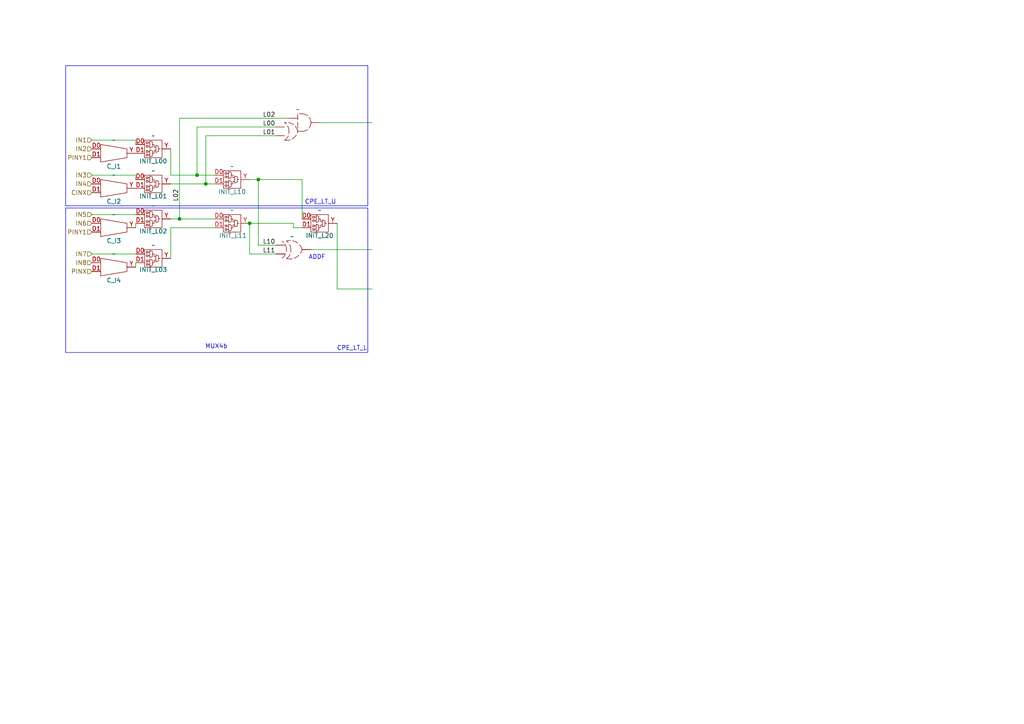
<source format=kicad_sch>
(kicad_sch
	(version 20250114)
	(generator "eeschema")
	(generator_version "9.0")
	(uuid "2a9cd8f7-e812-476c-ad1e-1dac2d5bc5cd")
	(paper "A4")
	(lib_symbols
		(symbol "peppercorn:AO21"
			(exclude_from_sim no)
			(in_bom yes)
			(on_board yes)
			(property "Reference" "U"
				(at 0 0 0)
				(effects
					(font
						(size 1.27 1.27)
					)
				)
			)
			(property "Value" ""
				(at 0 0 0)
				(effects
					(font
						(size 1.27 1.27)
					)
				)
			)
			(property "Footprint" ""
				(at 0 0 0)
				(effects
					(font
						(size 1.27 1.27)
					)
					(hide yes)
				)
			)
			(property "Datasheet" ""
				(at 0 0 0)
				(effects
					(font
						(size 1.27 1.27)
					)
					(hide yes)
				)
			)
			(property "Description" ""
				(at 0 0 0)
				(effects
					(font
						(size 1.27 1.27)
					)
					(hide yes)
				)
			)
			(symbol "AO21_1_1"
				(arc
					(start -1.27 2.54)
					(mid -0.3243 1.4253)
					(end 0 0)
					(stroke
						(width 0)
						(type dash)
					)
					(fill
						(type none)
					)
				)
				(arc
					(start 0 0)
					(mid -0.2725 -1.4513)
					(end -1.27 -2.54)
					(stroke
						(width 0)
						(type dash)
					)
					(fill
						(type none)
					)
				)
				(arc
					(start -1.2702 2.5398)
					(mid 1.1609 2.059)
					(end 2.54 0)
					(stroke
						(width 0)
						(type dash)
					)
					(fill
						(type none)
					)
				)
				(arc
					(start 2.54 0)
					(mid 1.161 -2.0591)
					(end -1.2702 -2.5398)
					(stroke
						(width 0)
						(type dash)
					)
					(fill
						(type none)
					)
				)
				(arc
					(start 3.81 5.08)
					(mid 5.6061 4.3361)
					(end 6.35 2.54)
					(stroke
						(width 0)
						(type dash)
					)
					(fill
						(type none)
					)
				)
				(arc
					(start 6.35 2.54)
					(mid 5.6061 0.7439)
					(end 3.81 0)
					(stroke
						(width 0)
						(type dash)
					)
					(fill
						(type none)
					)
				)
				(polyline
					(pts
						(xy 3.81 0) (xy 2.54 0) (xy 2.54 5.08) (xy 3.81 5.08)
					)
					(stroke
						(width 0)
						(type dash)
					)
					(fill
						(type none)
					)
				)
				(pin input line
					(at -3.81 1.27 0)
					(length 2.54)
					(name ""
						(effects
							(font
								(size 1.27 1.27)
							)
						)
					)
					(number ""
						(effects
							(font
								(size 1.27 1.27)
							)
						)
					)
				)
				(pin input line
					(at -3.81 -1.27 0)
					(length 2.54)
					(name ""
						(effects
							(font
								(size 1.27 1.27)
							)
						)
					)
					(number ""
						(effects
							(font
								(size 1.27 1.27)
							)
						)
					)
				)
				(pin input line
					(at 0 3.81 0)
					(length 2.54)
					(name ""
						(effects
							(font
								(size 1.27 1.27)
							)
						)
					)
					(number ""
						(effects
							(font
								(size 1.27 1.27)
							)
						)
					)
				)
				(pin output line
					(at 8.89 2.54 180)
					(length 2.54)
					(name ""
						(effects
							(font
								(size 1.27 1.27)
							)
						)
					)
					(number ""
						(effects
							(font
								(size 1.27 1.27)
							)
						)
					)
				)
			)
			(embedded_fonts no)
		)
		(symbol "peppercorn:LUT2"
			(exclude_from_sim no)
			(in_bom yes)
			(on_board yes)
			(property "Reference" "L"
				(at 0 3.556 0)
				(effects
					(font
						(size 1.27 1.27)
					)
				)
			)
			(property "Value" ""
				(at 0 0 0)
				(effects
					(font
						(size 1.27 1.27)
					)
				)
			)
			(property "Footprint" ""
				(at 0 0 0)
				(effects
					(font
						(size 1.27 1.27)
					)
					(hide yes)
				)
			)
			(property "Datasheet" ""
				(at 0 0 0)
				(effects
					(font
						(size 1.27 1.27)
					)
					(hide yes)
				)
			)
			(property "Description" ""
				(at 0 0 0)
				(effects
					(font
						(size 1.27 1.27)
					)
					(hide yes)
				)
			)
			(symbol "LUT2_0_1"
				(rectangle
					(start -2.54 2.54)
					(end 2.54 -2.54)
					(stroke
						(width 0)
						(type default)
					)
					(fill
						(type none)
					)
				)
				(rectangle
					(start -2.032 2.032)
					(end -1.524 1.524)
					(stroke
						(width 0)
						(type default)
					)
					(fill
						(type none)
					)
				)
				(rectangle
					(start -2.032 1.016)
					(end -1.524 0.508)
					(stroke
						(width 0)
						(type default)
					)
					(fill
						(type none)
					)
				)
				(rectangle
					(start -2.032 -0.508)
					(end -1.524 -1.016)
					(stroke
						(width 0)
						(type default)
					)
					(fill
						(type none)
					)
				)
				(rectangle
					(start -2.032 -1.524)
					(end -1.524 -2.032)
					(stroke
						(width 0)
						(type default)
					)
					(fill
						(type none)
					)
				)
				(polyline
					(pts
						(xy -1.524 1.778) (xy -1.016 1.778)
					)
					(stroke
						(width 0)
						(type default)
					)
					(fill
						(type none)
					)
				)
				(polyline
					(pts
						(xy -1.524 0.762) (xy -1.016 0.762)
					)
					(stroke
						(width 0)
						(type default)
					)
					(fill
						(type none)
					)
				)
				(polyline
					(pts
						(xy -1.524 -0.762) (xy -1.016 -0.762)
					)
					(stroke
						(width 0)
						(type default)
					)
					(fill
						(type none)
					)
				)
				(polyline
					(pts
						(xy -1.524 -1.778) (xy -1.016 -1.778)
					)
					(stroke
						(width 0)
						(type default)
					)
					(fill
						(type none)
					)
				)
				(polyline
					(pts
						(xy -1.016 0.254) (xy -1.016 2.286) (xy -0.254 2.032) (xy -0.254 0.508) (xy -1.016 0.254)
					)
					(stroke
						(width 0)
						(type default)
					)
					(fill
						(type none)
					)
				)
				(polyline
					(pts
						(xy -1.016 -0.254) (xy -1.016 -2.286) (xy -0.254 -2.032) (xy -0.254 -0.508) (xy -1.016 -0.254)
					)
					(stroke
						(width 0)
						(type default)
					)
					(fill
						(type none)
					)
				)
				(polyline
					(pts
						(xy -0.254 1.27) (xy 0.254 1.27) (xy 0.254 0.508) (xy 0.762 0.508)
					)
					(stroke
						(width 0)
						(type default)
					)
					(fill
						(type none)
					)
				)
				(polyline
					(pts
						(xy -0.254 -1.27) (xy 0.254 -1.27) (xy 0.254 -0.508) (xy 0.762 -0.508)
					)
					(stroke
						(width 0)
						(type default)
					)
					(fill
						(type none)
					)
				)
				(polyline
					(pts
						(xy 0.762 -1.016) (xy 0.762 1.016) (xy 1.524 0.762) (xy 1.524 -0.762) (xy 0.762 -1.016)
					)
					(stroke
						(width 0)
						(type default)
					)
					(fill
						(type none)
					)
				)
				(polyline
					(pts
						(xy 1.524 0) (xy 2.032 0)
					)
					(stroke
						(width 0)
						(type default)
					)
					(fill
						(type none)
					)
				)
			)
			(symbol "LUT2_1_1"
				(pin input line
					(at -5.08 1.27 0)
					(length 2.54)
					(name ""
						(effects
							(font
								(size 1.27 1.27)
							)
						)
					)
					(number "D0"
						(effects
							(font
								(size 1.27 1.27)
							)
						)
					)
				)
				(pin input line
					(at -5.08 -1.27 0)
					(length 2.54)
					(name ""
						(effects
							(font
								(size 1.27 1.27)
							)
						)
					)
					(number "D1"
						(effects
							(font
								(size 1.27 1.27)
							)
						)
					)
				)
				(pin output line
					(at 5.08 0 180)
					(length 2.54)
					(name ""
						(effects
							(font
								(size 1.27 1.27)
							)
						)
					)
					(number "Y"
						(effects
							(font
								(size 1.27 1.27)
							)
						)
					)
				)
			)
			(embedded_fonts no)
		)
		(symbol "peppercorn:MUX2B"
			(exclude_from_sim no)
			(in_bom yes)
			(on_board yes)
			(property "Reference" "C"
				(at 0 -3.81 0)
				(effects
					(font
						(size 1.27 1.27)
					)
				)
			)
			(property "Value" ""
				(at 0 0 0)
				(effects
					(font
						(size 1.27 1.27)
					)
				)
			)
			(property "Footprint" ""
				(at 0 0 0)
				(effects
					(font
						(size 1.27 1.27)
					)
					(hide yes)
				)
			)
			(property "Datasheet" ""
				(at 0 0 0)
				(effects
					(font
						(size 1.27 1.27)
					)
					(hide yes)
				)
			)
			(property "Description" ""
				(at 0 0 0)
				(effects
					(font
						(size 1.27 1.27)
					)
					(hide yes)
				)
			)
			(symbol "MUX2B_0_1"
				(polyline
					(pts
						(xy -3.81 -2.54) (xy -3.81 2.54) (xy 3.81 1.27) (xy 3.81 -1.27) (xy -3.81 -2.54)
					)
					(stroke
						(width 0)
						(type default)
					)
					(fill
						(type none)
					)
				)
			)
			(symbol "MUX2B_1_1"
				(pin input line
					(at -6.35 1.27 0)
					(length 2.54)
					(name ""
						(effects
							(font
								(size 1.27 1.27)
							)
						)
					)
					(number "D0"
						(effects
							(font
								(size 1.27 1.27)
							)
						)
					)
				)
				(pin input line
					(at -6.35 -1.27 0)
					(length 2.54)
					(name ""
						(effects
							(font
								(size 1.27 1.27)
							)
						)
					)
					(number "D1"
						(effects
							(font
								(size 1.27 1.27)
							)
						)
					)
				)
				(pin output line
					(at 6.35 0 180)
					(length 2.54)
					(name ""
						(effects
							(font
								(size 1.27 1.27)
							)
						)
					)
					(number "Y"
						(effects
							(font
								(size 1.27 1.27)
							)
						)
					)
				)
			)
			(embedded_fonts no)
		)
		(symbol "peppercorn:XOR"
			(exclude_from_sim no)
			(in_bom yes)
			(on_board yes)
			(property "Reference" "U"
				(at 0 0 0)
				(effects
					(font
						(size 1.27 1.27)
					)
				)
			)
			(property "Value" ""
				(at 0 0 0)
				(effects
					(font
						(size 1.27 1.27)
					)
				)
			)
			(property "Footprint" ""
				(at 0 0 0)
				(effects
					(font
						(size 1.27 1.27)
					)
					(hide yes)
				)
			)
			(property "Datasheet" ""
				(at 0 0 0)
				(effects
					(font
						(size 1.27 1.27)
					)
					(hide yes)
				)
			)
			(property "Description" ""
				(at 0 0 0)
				(effects
					(font
						(size 1.27 1.27)
					)
					(hide yes)
				)
			)
			(symbol "XOR_1_1"
				(arc
					(start -3.2746 2.4902)
					(mid -2.3289 1.3755)
					(end -2.0046 -0.0498)
					(stroke
						(width 0)
						(type dash)
					)
					(fill
						(type none)
					)
				)
				(arc
					(start -2.0046 0.0498)
					(mid -2.3289 -1.3755)
					(end -3.2746 -2.4902)
					(stroke
						(width 0)
						(type dash)
					)
					(fill
						(type none)
					)
				)
				(arc
					(start -2.005 2.49)
					(mid -1.0593 1.3753)
					(end -0.735 -0.05)
					(stroke
						(width 0)
						(type dash)
					)
					(fill
						(type none)
					)
				)
				(arc
					(start -0.735 -0.05)
					(mid -1.0075 -1.5013)
					(end -2.005 -2.59)
					(stroke
						(width 0)
						(type dash)
					)
					(fill
						(type none)
					)
				)
				(arc
					(start 2.54 0)
					(mid 0.8038 -2.2363)
					(end -2.0052 -2.5898)
					(stroke
						(width 0)
						(type dash)
					)
					(fill
						(type none)
					)
				)
				(arc
					(start -2.0052 2.4898)
					(mid 0.7831 2.1863)
					(end 2.54 0)
					(stroke
						(width 0)
						(type dash)
					)
					(fill
						(type none)
					)
				)
				(pin input line
					(at -5.08 1.27 0)
					(length 2.54)
					(name ""
						(effects
							(font
								(size 1.27 1.27)
							)
						)
					)
					(number ""
						(effects
							(font
								(size 1.27 1.27)
							)
						)
					)
				)
				(pin input line
					(at -5.08 -1.27 0)
					(length 2.54)
					(name ""
						(effects
							(font
								(size 1.27 1.27)
							)
						)
					)
					(number ""
						(effects
							(font
								(size 1.27 1.27)
							)
						)
					)
				)
				(pin input line
					(at 5.08 0 180)
					(length 2.54)
					(name ""
						(effects
							(font
								(size 1.27 1.27)
							)
						)
					)
					(number ""
						(effects
							(font
								(size 1.27 1.27)
							)
						)
					)
				)
			)
			(embedded_fonts no)
		)
	)
	(rectangle
		(start 19.05 19.05)
		(end 106.68 59.69)
		(stroke
			(width 0)
			(type default)
		)
		(fill
			(type none)
		)
		(uuid 4cfc9014-d32a-44e2-9518-ddf171ec7e07)
	)
	(rectangle
		(start 19.05 60.325)
		(end 106.68 102.235)
		(stroke
			(width 0)
			(type default)
		)
		(fill
			(type none)
		)
		(uuid e156abc1-0372-4f5c-a43b-cf886d7ed937)
	)
	(text "CPE_LT_U"
		(exclude_from_sim no)
		(at 92.964 58.674 0)
		(effects
			(font
				(size 1.27 1.27)
			)
		)
		(uuid "0df2367e-b726-4d27-a5ce-42c8af630700")
	)
	(text "MUX4b"
		(exclude_from_sim no)
		(at 62.738 100.584 0)
		(effects
			(font
				(size 1.27 1.27)
			)
		)
		(uuid "57baaf84-e98f-4631-8cbc-821fcb6cff6f")
	)
	(text "CPE_LT_L"
		(exclude_from_sim no)
		(at 102.108 101.092 0)
		(effects
			(font
				(size 1.27 1.27)
			)
		)
		(uuid "cfc34462-e865-471b-8f94-7f7bb82713af")
	)
	(text "ADDF"
		(exclude_from_sim no)
		(at 91.948 74.676 0)
		(effects
			(font
				(size 1.27 1.27)
			)
		)
		(uuid "fe1d7272-3a98-499d-a9f5-8b8a7e85fedd")
	)
	(junction
		(at 74.93 52.07)
		(diameter 0)
		(color 0 0 0 0)
		(uuid "0cd97ce1-f0d2-4999-801f-678c7145391d")
	)
	(junction
		(at 72.39 64.77)
		(diameter 0)
		(color 0 0 0 0)
		(uuid "2afbf706-e349-4c87-9090-002dffc09665")
	)
	(junction
		(at 52.07 63.5)
		(diameter 0)
		(color 0 0 0 0)
		(uuid "2fbc5fe7-3a1d-485c-b6a6-2be658b74be1")
	)
	(junction
		(at 59.69 53.34)
		(diameter 0)
		(color 0 0 0 0)
		(uuid "99b1790d-2489-473a-ba9b-ba61e28804f2")
	)
	(junction
		(at 57.15 50.8)
		(diameter 0)
		(color 0 0 0 0)
		(uuid "e6f4eeaf-7cbd-410e-bfbe-1cd01aa10915")
	)
	(wire
		(pts
			(xy 39.37 50.8) (xy 39.37 52.07)
		)
		(stroke
			(width 0)
			(type default)
		)
		(uuid "00aa99a2-69a9-4a1d-8c11-a92e39c78f01")
	)
	(wire
		(pts
			(xy 26.67 50.8) (xy 39.37 50.8)
		)
		(stroke
			(width 0)
			(type default)
		)
		(uuid "00fc0802-fadd-45ea-b80d-49bb9a40b570")
	)
	(wire
		(pts
			(xy 59.69 53.34) (xy 62.23 53.34)
		)
		(stroke
			(width 0)
			(type default)
		)
		(uuid "0815bcc4-a650-477b-b0db-315af30f2125")
	)
	(wire
		(pts
			(xy 97.79 83.82) (xy 107.95 83.82)
		)
		(stroke
			(width 0)
			(type default)
		)
		(uuid "14e768e7-569f-4f4a-ae1e-bf6b8ebbe75e")
	)
	(wire
		(pts
			(xy 85.09 66.04) (xy 87.63 66.04)
		)
		(stroke
			(width 0)
			(type default)
		)
		(uuid "1638b1c7-d423-4825-b876-ba0a11c4133e")
	)
	(wire
		(pts
			(xy 87.63 52.07) (xy 87.63 63.5)
		)
		(stroke
			(width 0)
			(type default)
		)
		(uuid "16b57572-1577-4223-8ab1-4f4a96807d0c")
	)
	(wire
		(pts
			(xy 72.39 64.77) (xy 85.09 64.77)
		)
		(stroke
			(width 0)
			(type default)
		)
		(uuid "1cdb79d3-456d-40fa-89ba-d914ee334b66")
	)
	(wire
		(pts
			(xy 72.39 73.66) (xy 72.39 64.77)
		)
		(stroke
			(width 0)
			(type default)
		)
		(uuid "31470bc0-131c-4ad8-afac-c9b50467964a")
	)
	(wire
		(pts
			(xy 49.53 74.93) (xy 49.53 66.04)
		)
		(stroke
			(width 0)
			(type default)
		)
		(uuid "3214410d-dc48-4c85-b1a4-1cfbe9df7ae2")
	)
	(wire
		(pts
			(xy 49.53 66.04) (xy 62.23 66.04)
		)
		(stroke
			(width 0)
			(type default)
		)
		(uuid "3310df62-6ef8-41b8-ad2f-6faa8fdb5ee7")
	)
	(wire
		(pts
			(xy 52.07 63.5) (xy 62.23 63.5)
		)
		(stroke
			(width 0)
			(type default)
		)
		(uuid "39362f60-c507-4d43-a144-d23690468129")
	)
	(wire
		(pts
			(xy 74.93 71.12) (xy 80.01 71.12)
		)
		(stroke
			(width 0)
			(type default)
		)
		(uuid "4a8ee472-547a-4f9b-b7af-12c9f12cd141")
	)
	(wire
		(pts
			(xy 57.15 50.8) (xy 57.15 36.83)
		)
		(stroke
			(width 0)
			(type default)
		)
		(uuid "4b7db36e-1207-4702-95de-0687f8fff8b6")
	)
	(wire
		(pts
			(xy 49.53 50.8) (xy 49.53 43.18)
		)
		(stroke
			(width 0)
			(type default)
		)
		(uuid "57412289-3091-4ef8-a192-f8e0f43a4788")
	)
	(wire
		(pts
			(xy 80.01 73.66) (xy 72.39 73.66)
		)
		(stroke
			(width 0)
			(type default)
		)
		(uuid "6769bb8a-a9d2-402a-a116-b5440e324551")
	)
	(wire
		(pts
			(xy 52.07 34.29) (xy 83.82 34.29)
		)
		(stroke
			(width 0)
			(type default)
		)
		(uuid "6c78e60e-9ff5-4142-a655-7c87c8b1b495")
	)
	(wire
		(pts
			(xy 57.15 36.83) (xy 80.01 36.83)
		)
		(stroke
			(width 0)
			(type default)
		)
		(uuid "6dbb478f-6fca-4685-b259-9d3b51978358")
	)
	(wire
		(pts
			(xy 72.39 52.07) (xy 74.93 52.07)
		)
		(stroke
			(width 0)
			(type default)
		)
		(uuid "6e836899-707e-466f-ab39-09d305696828")
	)
	(wire
		(pts
			(xy 90.17 72.39) (xy 107.95 72.39)
		)
		(stroke
			(width 0)
			(type default)
		)
		(uuid "6f1f5594-ecb3-4d73-aabb-81fa466778c6")
	)
	(wire
		(pts
			(xy 39.37 64.77) (xy 39.37 66.04)
		)
		(stroke
			(width 0)
			(type default)
		)
		(uuid "8b284247-4f91-4198-b5a4-75b978f0d3e3")
	)
	(wire
		(pts
			(xy 97.79 64.77) (xy 97.79 83.82)
		)
		(stroke
			(width 0)
			(type default)
		)
		(uuid "8ee1abc3-a856-4068-ac47-9d6154660917")
	)
	(wire
		(pts
			(xy 49.53 63.5) (xy 52.07 63.5)
		)
		(stroke
			(width 0)
			(type default)
		)
		(uuid "90280c8d-d140-422b-bb79-ca015edae523")
	)
	(wire
		(pts
			(xy 74.93 71.12) (xy 74.93 52.07)
		)
		(stroke
			(width 0)
			(type default)
		)
		(uuid "9530f4a3-9b9f-4af3-9537-09aaef47c523")
	)
	(wire
		(pts
			(xy 74.93 52.07) (xy 87.63 52.07)
		)
		(stroke
			(width 0)
			(type default)
		)
		(uuid "9614e7b2-61c9-46a1-953e-46ced13661d5")
	)
	(wire
		(pts
			(xy 85.09 64.77) (xy 85.09 66.04)
		)
		(stroke
			(width 0)
			(type default)
		)
		(uuid "a5d877f9-1528-46f6-bc88-352442724559")
	)
	(wire
		(pts
			(xy 59.69 39.37) (xy 80.01 39.37)
		)
		(stroke
			(width 0)
			(type default)
		)
		(uuid "ac8e4d08-8d66-4ec9-913b-e21065d8d5cd")
	)
	(wire
		(pts
			(xy 39.37 76.2) (xy 39.37 77.47)
		)
		(stroke
			(width 0)
			(type default)
		)
		(uuid "b2bc1341-4e1f-4729-9199-7966c9ad3d9f")
	)
	(wire
		(pts
			(xy 92.71 35.56) (xy 107.95 35.56)
		)
		(stroke
			(width 0)
			(type default)
		)
		(uuid "b3d61c7f-fd96-4c8b-ad04-1c78c5026d46")
	)
	(wire
		(pts
			(xy 26.67 73.66) (xy 39.37 73.66)
		)
		(stroke
			(width 0)
			(type default)
		)
		(uuid "c67ba7df-f92c-4a09-9f56-ac9bfb73763a")
	)
	(wire
		(pts
			(xy 49.53 53.34) (xy 59.69 53.34)
		)
		(stroke
			(width 0)
			(type default)
		)
		(uuid "d225acf0-fb31-418c-afc5-f3de28659a01")
	)
	(wire
		(pts
			(xy 26.67 40.64) (xy 39.37 40.64)
		)
		(stroke
			(width 0)
			(type default)
		)
		(uuid "db9bffc0-f764-4ebe-9afa-9809218d70c2")
	)
	(wire
		(pts
			(xy 49.53 50.8) (xy 57.15 50.8)
		)
		(stroke
			(width 0)
			(type default)
		)
		(uuid "dbf2a771-d3dd-41db-98f1-9c63717d018d")
	)
	(wire
		(pts
			(xy 59.69 53.34) (xy 59.69 39.37)
		)
		(stroke
			(width 0)
			(type default)
		)
		(uuid "dc6d3be6-128c-4b60-b58a-057205b270c5")
	)
	(wire
		(pts
			(xy 52.07 34.29) (xy 52.07 63.5)
		)
		(stroke
			(width 0)
			(type default)
		)
		(uuid "e932cb0c-8fe9-46e1-bfd9-fe564796012d")
	)
	(wire
		(pts
			(xy 26.67 62.23) (xy 39.37 62.23)
		)
		(stroke
			(width 0)
			(type default)
		)
		(uuid "e99b5f64-cb1e-4da4-a06d-d5757317b2bf")
	)
	(wire
		(pts
			(xy 57.15 50.8) (xy 62.23 50.8)
		)
		(stroke
			(width 0)
			(type default)
		)
		(uuid "efd1bcf0-31da-4757-86a8-8bb24e748666")
	)
	(wire
		(pts
			(xy 39.37 40.64) (xy 39.37 41.91)
		)
		(stroke
			(width 0)
			(type default)
		)
		(uuid "f702463d-4564-4a5e-a2aa-31218b7de703")
	)
	(label "L00"
		(at 76.2 36.83 0)
		(effects
			(font
				(size 1.27 1.27)
			)
			(justify left bottom)
		)
		(uuid "10ca440b-030d-4772-b324-0e4775d0a448")
	)
	(label "L11"
		(at 76.2 73.66 0)
		(effects
			(font
				(size 1.27 1.27)
			)
			(justify left bottom)
		)
		(uuid "7faccf49-788b-4152-a8e8-09462e2432a0")
	)
	(label "L02"
		(at 52.07 58.42 90)
		(effects
			(font
				(size 1.27 1.27)
			)
			(justify left bottom)
		)
		(uuid "96d07194-f96e-4cdb-8c64-c2dea6bd9982")
	)
	(label "L10"
		(at 76.2 71.12 0)
		(effects
			(font
				(size 1.27 1.27)
			)
			(justify left bottom)
		)
		(uuid "cac18c65-024d-48b2-a04c-24397dd96539")
	)
	(label "L01"
		(at 76.2 39.37 0)
		(effects
			(font
				(size 1.27 1.27)
			)
			(justify left bottom)
		)
		(uuid "d5925fef-f4d9-4c3f-8f52-155155c869e7")
	)
	(label "L02"
		(at 76.2 34.29 0)
		(effects
			(font
				(size 1.27 1.27)
			)
			(justify left bottom)
		)
		(uuid "ddfecfd6-6b4f-4a3c-8058-7e8dd5886c24")
	)
	(hierarchical_label "CINX"
		(shape input)
		(at 26.67 55.88 180)
		(effects
			(font
				(size 1.27 1.27)
			)
			(justify right)
		)
		(uuid "1629b30a-d236-4ded-b223-59d493ff3692")
	)
	(hierarchical_label "IN5"
		(shape input)
		(at 26.67 62.23 180)
		(effects
			(font
				(size 1.27 1.27)
			)
			(justify right)
		)
		(uuid "1b9af1f4-23fc-48da-9954-561ceca0ab7f")
	)
	(hierarchical_label "IN2"
		(shape input)
		(at 26.67 43.18 180)
		(effects
			(font
				(size 1.27 1.27)
			)
			(justify right)
		)
		(uuid "25f276cd-45c2-4dbb-a9d4-01564233e49c")
	)
	(hierarchical_label "PINX"
		(shape input)
		(at 26.67 78.74 180)
		(effects
			(font
				(size 1.27 1.27)
			)
			(justify right)
		)
		(uuid "326e92b7-f4ea-47a9-8b56-ff12b472de35")
	)
	(hierarchical_label "IN8"
		(shape input)
		(at 26.67 76.2 180)
		(effects
			(font
				(size 1.27 1.27)
			)
			(justify right)
		)
		(uuid "5b95441c-78e5-4a23-9441-93c8eab2822b")
	)
	(hierarchical_label "PINY1"
		(shape input)
		(at 26.67 67.31 180)
		(effects
			(font
				(size 1.27 1.27)
			)
			(justify right)
		)
		(uuid "61f7a27d-cd6f-4752-9e8c-7ca92c67b29a")
	)
	(hierarchical_label "IN6"
		(shape input)
		(at 26.67 64.77 180)
		(effects
			(font
				(size 1.27 1.27)
			)
			(justify right)
		)
		(uuid "8bedde1c-4225-4072-96da-6ae79dc0fb0f")
	)
	(hierarchical_label "PINY1"
		(shape input)
		(at 26.67 45.72 180)
		(effects
			(font
				(size 1.27 1.27)
			)
			(justify right)
		)
		(uuid "adda66de-e2ab-413b-96e8-a7f17adc90e9")
	)
	(hierarchical_label "IN3"
		(shape input)
		(at 26.67 50.8 180)
		(effects
			(font
				(size 1.27 1.27)
			)
			(justify right)
		)
		(uuid "b586a401-9460-4b6c-a4bf-3159763847fc")
	)
	(hierarchical_label "IN1"
		(shape input)
		(at 26.67 40.64 180)
		(effects
			(font
				(size 1.27 1.27)
			)
			(justify right)
		)
		(uuid "c805f4f6-80bb-4221-bb3e-5658e1900046")
	)
	(hierarchical_label "IN4"
		(shape input)
		(at 26.67 53.34 180)
		(effects
			(font
				(size 1.27 1.27)
			)
			(justify right)
		)
		(uuid "c844ea31-9c46-4e1b-9307-596aec116e8b")
	)
	(hierarchical_label "IN7"
		(shape input)
		(at 26.67 73.66 180)
		(effects
			(font
				(size 1.27 1.27)
			)
			(justify right)
		)
		(uuid "ca3f90f7-0edf-4985-b5b5-d315dc6b003f")
	)
	(symbol
		(lib_id "peppercorn:LUT2")
		(at 67.31 52.07 0)
		(unit 1)
		(exclude_from_sim no)
		(in_bom yes)
		(on_board yes)
		(dnp no)
		(uuid "0036ffe3-ccf3-4e67-80e0-eea27eaa0320")
		(property "Reference" "INIT_L10"
			(at 67.31 55.626 0)
			(effects
				(font
					(size 1.27 1.27)
				)
			)
		)
		(property "Value" "~"
			(at 67.31 48.26 0)
			(effects
				(font
					(size 1.27 1.27)
				)
			)
		)
		(property "Footprint" ""
			(at 67.31 52.07 0)
			(effects
				(font
					(size 1.27 1.27)
				)
				(hide yes)
			)
		)
		(property "Datasheet" ""
			(at 67.31 52.07 0)
			(effects
				(font
					(size 1.27 1.27)
				)
				(hide yes)
			)
		)
		(property "Description" ""
			(at 67.31 52.07 0)
			(effects
				(font
					(size 1.27 1.27)
				)
				(hide yes)
			)
		)
		(pin "Y"
			(uuid "0ddab073-e7d7-4528-872f-5550251c754a")
		)
		(pin "D1"
			(uuid "f7812c17-4417-4a3d-8053-0c16ee181d98")
		)
		(pin "D0"
			(uuid "bd57d73a-a3a3-47d0-8d53-3e532aa7b66a")
		)
		(instances
			(project "prjpeppercorn"
				(path "/5a7723f7-3f6f-437e-b958-e402b06d3f54/cb769740-e0a9-4f3d-b622-ba158089ec4b/7870fc3a-1ee9-4a55-a2a2-8f09313f282c"
					(reference "INIT_L10")
					(unit 1)
				)
			)
		)
	)
	(symbol
		(lib_id "peppercorn:XOR")
		(at 85.09 72.39 0)
		(unit 1)
		(exclude_from_sim no)
		(in_bom yes)
		(on_board yes)
		(dnp no)
		(fields_autoplaced yes)
		(uuid "2fac4683-f737-4ed3-a7db-fd79f384a3a1")
		(property "Reference" "U11"
			(at 84.7227 66.04 0)
			(effects
				(font
					(size 1.27 1.27)
				)
				(hide yes)
			)
		)
		(property "Value" "~"
			(at 84.7227 68.58 0)
			(effects
				(font
					(size 1.27 1.27)
				)
			)
		)
		(property "Footprint" ""
			(at 85.09 72.39 0)
			(effects
				(font
					(size 1.27 1.27)
				)
				(hide yes)
			)
		)
		(property "Datasheet" ""
			(at 85.09 72.39 0)
			(effects
				(font
					(size 1.27 1.27)
				)
				(hide yes)
			)
		)
		(property "Description" ""
			(at 85.09 72.39 0)
			(effects
				(font
					(size 1.27 1.27)
				)
				(hide yes)
			)
		)
		(pin ""
			(uuid "02e0ea3c-457b-453c-87e8-4f9031d325a4")
		)
		(pin ""
			(uuid "d9208399-5088-4a20-92f1-ef4485fb3894")
		)
		(pin ""
			(uuid "d182bd66-fd66-4600-92f8-13d2458f5528")
		)
		(instances
			(project "prjpeppercorn"
				(path "/5a7723f7-3f6f-437e-b958-e402b06d3f54/cb769740-e0a9-4f3d-b622-ba158089ec4b/7870fc3a-1ee9-4a55-a2a2-8f09313f282c"
					(reference "U11")
					(unit 1)
				)
			)
		)
	)
	(symbol
		(lib_id "peppercorn:LUT2")
		(at 44.45 63.5 0)
		(unit 1)
		(exclude_from_sim no)
		(in_bom yes)
		(on_board yes)
		(dnp no)
		(uuid "4225ca49-7c26-4c93-af89-2e0e1c1060b8")
		(property "Reference" "INIT_L02"
			(at 44.45 67.056 0)
			(effects
				(font
					(size 1.27 1.27)
				)
			)
		)
		(property "Value" "~"
			(at 44.45 59.69 0)
			(effects
				(font
					(size 1.27 1.27)
				)
			)
		)
		(property "Footprint" ""
			(at 44.45 63.5 0)
			(effects
				(font
					(size 1.27 1.27)
				)
				(hide yes)
			)
		)
		(property "Datasheet" ""
			(at 44.45 63.5 0)
			(effects
				(font
					(size 1.27 1.27)
				)
				(hide yes)
			)
		)
		(property "Description" ""
			(at 44.45 63.5 0)
			(effects
				(font
					(size 1.27 1.27)
				)
				(hide yes)
			)
		)
		(pin "Y"
			(uuid "0a349d94-48d3-4f4a-becd-99b8bdd5a38e")
		)
		(pin "D1"
			(uuid "3182bc95-e271-41fe-96f6-7940f7161aeb")
		)
		(pin "D0"
			(uuid "f76f0ac7-3b0f-4f5a-ad5b-5c088d4d7163")
		)
		(instances
			(project "prjpeppercorn"
				(path "/5a7723f7-3f6f-437e-b958-e402b06d3f54/cb769740-e0a9-4f3d-b622-ba158089ec4b/7870fc3a-1ee9-4a55-a2a2-8f09313f282c"
					(reference "INIT_L02")
					(unit 1)
				)
			)
		)
	)
	(symbol
		(lib_id "peppercorn:LUT2")
		(at 44.45 43.18 0)
		(unit 1)
		(exclude_from_sim no)
		(in_bom yes)
		(on_board yes)
		(dnp no)
		(uuid "48f16c39-18f3-4a91-ab03-64fa4369ddb2")
		(property "Reference" "INIT_L00"
			(at 44.45 46.736 0)
			(effects
				(font
					(size 1.27 1.27)
				)
			)
		)
		(property "Value" "~"
			(at 44.45 39.37 0)
			(effects
				(font
					(size 1.27 1.27)
				)
			)
		)
		(property "Footprint" ""
			(at 44.45 43.18 0)
			(effects
				(font
					(size 1.27 1.27)
				)
				(hide yes)
			)
		)
		(property "Datasheet" ""
			(at 44.45 43.18 0)
			(effects
				(font
					(size 1.27 1.27)
				)
				(hide yes)
			)
		)
		(property "Description" ""
			(at 44.45 43.18 0)
			(effects
				(font
					(size 1.27 1.27)
				)
				(hide yes)
			)
		)
		(pin "Y"
			(uuid "581264eb-4be4-436f-b475-d47fb9492250")
		)
		(pin "D1"
			(uuid "6818f541-9c8a-4784-8863-49a1c435cd81")
		)
		(pin "D0"
			(uuid "2abda1c6-1b2a-4b24-acdc-f17f2c9dd1eb")
		)
		(instances
			(project "prjpeppercorn"
				(path "/5a7723f7-3f6f-437e-b958-e402b06d3f54/cb769740-e0a9-4f3d-b622-ba158089ec4b/7870fc3a-1ee9-4a55-a2a2-8f09313f282c"
					(reference "INIT_L00")
					(unit 1)
				)
			)
		)
	)
	(symbol
		(lib_id "peppercorn:MUX2B")
		(at 33.02 77.47 0)
		(unit 1)
		(exclude_from_sim no)
		(in_bom yes)
		(on_board yes)
		(dnp no)
		(uuid "4aae04d8-0e0e-4165-b510-7d4b1f13c485")
		(property "Reference" "C_I4"
			(at 33.02 81.28 0)
			(effects
				(font
					(size 1.27 1.27)
				)
			)
		)
		(property "Value" "~"
			(at 33.02 73.66 0)
			(effects
				(font
					(size 1.27 1.27)
				)
			)
		)
		(property "Footprint" ""
			(at 33.02 77.47 0)
			(effects
				(font
					(size 1.27 1.27)
				)
				(hide yes)
			)
		)
		(property "Datasheet" ""
			(at 33.02 77.47 0)
			(effects
				(font
					(size 1.27 1.27)
				)
				(hide yes)
			)
		)
		(property "Description" ""
			(at 33.02 77.47 0)
			(effects
				(font
					(size 1.27 1.27)
				)
				(hide yes)
			)
		)
		(pin "D1"
			(uuid "0973ac98-0e44-4416-ad85-a2675a794619")
		)
		(pin "D0"
			(uuid "a0f0f63f-56bd-4b0d-9b32-c786e6ef9e6d")
		)
		(pin "Y"
			(uuid "e838a3c0-7d72-42c0-8b6d-ccdd6f7d078f")
		)
		(instances
			(project "prjpeppercorn"
				(path "/5a7723f7-3f6f-437e-b958-e402b06d3f54/cb769740-e0a9-4f3d-b622-ba158089ec4b/7870fc3a-1ee9-4a55-a2a2-8f09313f282c"
					(reference "C_I4")
					(unit 1)
				)
			)
		)
	)
	(symbol
		(lib_id "peppercorn:MUX2B")
		(at 33.02 44.45 0)
		(unit 1)
		(exclude_from_sim no)
		(in_bom yes)
		(on_board yes)
		(dnp no)
		(uuid "73b980d8-d89d-4dea-952f-3f6ea9bdff54")
		(property "Reference" "C_I1"
			(at 33.02 48.26 0)
			(effects
				(font
					(size 1.27 1.27)
				)
			)
		)
		(property "Value" "~"
			(at 33.02 40.64 0)
			(effects
				(font
					(size 1.27 1.27)
				)
			)
		)
		(property "Footprint" ""
			(at 33.02 44.45 0)
			(effects
				(font
					(size 1.27 1.27)
				)
				(hide yes)
			)
		)
		(property "Datasheet" ""
			(at 33.02 44.45 0)
			(effects
				(font
					(size 1.27 1.27)
				)
				(hide yes)
			)
		)
		(property "Description" ""
			(at 33.02 44.45 0)
			(effects
				(font
					(size 1.27 1.27)
				)
				(hide yes)
			)
		)
		(pin "D1"
			(uuid "615ca1e6-774e-4893-a8cb-ca83b276fa27")
		)
		(pin "D0"
			(uuid "a2a10730-52dc-4517-98b3-aab5145d5120")
		)
		(pin "Y"
			(uuid "0fbce09c-0535-418b-bb8d-5f06334c81af")
		)
		(instances
			(project "prjpeppercorn"
				(path "/5a7723f7-3f6f-437e-b958-e402b06d3f54/cb769740-e0a9-4f3d-b622-ba158089ec4b/7870fc3a-1ee9-4a55-a2a2-8f09313f282c"
					(reference "C_I1")
					(unit 1)
				)
			)
		)
	)
	(symbol
		(lib_id "peppercorn:LUT2")
		(at 92.71 64.77 0)
		(unit 1)
		(exclude_from_sim no)
		(in_bom yes)
		(on_board yes)
		(dnp no)
		(uuid "779bde3b-3c66-4982-95b5-3268e6107cee")
		(property "Reference" "INIT_L20"
			(at 92.71 68.326 0)
			(effects
				(font
					(size 1.27 1.27)
				)
			)
		)
		(property "Value" "~"
			(at 92.71 60.96 0)
			(effects
				(font
					(size 1.27 1.27)
				)
			)
		)
		(property "Footprint" ""
			(at 92.71 64.77 0)
			(effects
				(font
					(size 1.27 1.27)
				)
				(hide yes)
			)
		)
		(property "Datasheet" ""
			(at 92.71 64.77 0)
			(effects
				(font
					(size 1.27 1.27)
				)
				(hide yes)
			)
		)
		(property "Description" ""
			(at 92.71 64.77 0)
			(effects
				(font
					(size 1.27 1.27)
				)
				(hide yes)
			)
		)
		(pin "Y"
			(uuid "75767ced-ae0f-4a53-a053-d0bb8c45ece3")
		)
		(pin "D1"
			(uuid "d2d08492-3d0e-4ffd-97c4-7beb633f27b5")
		)
		(pin "D0"
			(uuid "8523aab7-8d63-480e-a41d-ed947f2090ff")
		)
		(instances
			(project "prjpeppercorn"
				(path "/5a7723f7-3f6f-437e-b958-e402b06d3f54/cb769740-e0a9-4f3d-b622-ba158089ec4b/7870fc3a-1ee9-4a55-a2a2-8f09313f282c"
					(reference "INIT_L20")
					(unit 1)
				)
			)
		)
	)
	(symbol
		(lib_id "peppercorn:MUX2B")
		(at 33.02 54.61 0)
		(unit 1)
		(exclude_from_sim no)
		(in_bom yes)
		(on_board yes)
		(dnp no)
		(uuid "8b110570-fff7-4398-a9e9-5b274d42ad74")
		(property "Reference" "C_I2"
			(at 33.02 58.42 0)
			(effects
				(font
					(size 1.27 1.27)
				)
			)
		)
		(property "Value" "~"
			(at 33.02 50.8 0)
			(effects
				(font
					(size 1.27 1.27)
				)
			)
		)
		(property "Footprint" ""
			(at 33.02 54.61 0)
			(effects
				(font
					(size 1.27 1.27)
				)
				(hide yes)
			)
		)
		(property "Datasheet" ""
			(at 33.02 54.61 0)
			(effects
				(font
					(size 1.27 1.27)
				)
				(hide yes)
			)
		)
		(property "Description" ""
			(at 33.02 54.61 0)
			(effects
				(font
					(size 1.27 1.27)
				)
				(hide yes)
			)
		)
		(pin "D1"
			(uuid "d820cffc-a857-41b2-b840-e72179f3d61d")
		)
		(pin "D0"
			(uuid "49bd4c9b-a3c5-4780-995c-91fd83a379bf")
		)
		(pin "Y"
			(uuid "2a825953-bb11-49d3-b971-8aab7342c11b")
		)
		(instances
			(project "prjpeppercorn"
				(path "/5a7723f7-3f6f-437e-b958-e402b06d3f54/cb769740-e0a9-4f3d-b622-ba158089ec4b/7870fc3a-1ee9-4a55-a2a2-8f09313f282c"
					(reference "C_I2")
					(unit 1)
				)
			)
		)
	)
	(symbol
		(lib_id "peppercorn:AO21")
		(at 83.82 38.1 0)
		(unit 1)
		(exclude_from_sim no)
		(in_bom yes)
		(on_board yes)
		(dnp no)
		(fields_autoplaced yes)
		(uuid "8dff1c99-416f-4c1f-b87b-ac06572d345b")
		(property "Reference" "U10"
			(at 86.3599 29.21 0)
			(effects
				(font
					(size 1.27 1.27)
				)
				(hide yes)
			)
		)
		(property "Value" "~"
			(at 86.3599 31.75 0)
			(effects
				(font
					(size 1.27 1.27)
				)
			)
		)
		(property "Footprint" ""
			(at 83.82 38.1 0)
			(effects
				(font
					(size 1.27 1.27)
				)
				(hide yes)
			)
		)
		(property "Datasheet" ""
			(at 83.82 38.1 0)
			(effects
				(font
					(size 1.27 1.27)
				)
				(hide yes)
			)
		)
		(property "Description" ""
			(at 83.82 38.1 0)
			(effects
				(font
					(size 1.27 1.27)
				)
				(hide yes)
			)
		)
		(pin ""
			(uuid "04b03368-0a90-4aaa-87fd-92f05c1a08b1")
		)
		(pin ""
			(uuid "34a384dd-c627-49f5-8f60-0a55f9993ffe")
		)
		(pin ""
			(uuid "af99c2e6-4498-4d05-ad86-5e6ad4374236")
		)
		(pin ""
			(uuid "c9b22cc3-ed1d-4121-a443-4c0873cac87e")
		)
		(instances
			(project "prjpeppercorn"
				(path "/5a7723f7-3f6f-437e-b958-e402b06d3f54/cb769740-e0a9-4f3d-b622-ba158089ec4b/7870fc3a-1ee9-4a55-a2a2-8f09313f282c"
					(reference "U10")
					(unit 1)
				)
			)
		)
	)
	(symbol
		(lib_id "peppercorn:LUT2")
		(at 44.45 53.34 0)
		(unit 1)
		(exclude_from_sim no)
		(in_bom yes)
		(on_board yes)
		(dnp no)
		(uuid "90c76bed-62f9-467a-af59-8473a2a90ac2")
		(property "Reference" "INIT_L01"
			(at 44.45 56.896 0)
			(effects
				(font
					(size 1.27 1.27)
				)
			)
		)
		(property "Value" "~"
			(at 44.45 49.53 0)
			(effects
				(font
					(size 1.27 1.27)
				)
			)
		)
		(property "Footprint" ""
			(at 44.45 53.34 0)
			(effects
				(font
					(size 1.27 1.27)
				)
				(hide yes)
			)
		)
		(property "Datasheet" ""
			(at 44.45 53.34 0)
			(effects
				(font
					(size 1.27 1.27)
				)
				(hide yes)
			)
		)
		(property "Description" ""
			(at 44.45 53.34 0)
			(effects
				(font
					(size 1.27 1.27)
				)
				(hide yes)
			)
		)
		(pin "Y"
			(uuid "fd80cd97-e96d-40d3-8b2d-a010cac4b105")
		)
		(pin "D1"
			(uuid "93e7bfa9-5a91-48dc-a70a-b2a2a9daf4d7")
		)
		(pin "D0"
			(uuid "bb865122-877f-4bc5-81f2-c09feff5216b")
		)
		(instances
			(project "prjpeppercorn"
				(path "/5a7723f7-3f6f-437e-b958-e402b06d3f54/cb769740-e0a9-4f3d-b622-ba158089ec4b/7870fc3a-1ee9-4a55-a2a2-8f09313f282c"
					(reference "INIT_L01")
					(unit 1)
				)
			)
		)
	)
	(symbol
		(lib_id "peppercorn:LUT2")
		(at 67.31 64.77 0)
		(unit 1)
		(exclude_from_sim no)
		(in_bom yes)
		(on_board yes)
		(dnp no)
		(uuid "a989b657-b14d-4d51-aa94-90db015edcf8")
		(property "Reference" "INIT_L11"
			(at 67.564 68.326 0)
			(effects
				(font
					(size 1.27 1.27)
				)
			)
		)
		(property "Value" "~"
			(at 67.31 60.96 0)
			(effects
				(font
					(size 1.27 1.27)
				)
			)
		)
		(property "Footprint" ""
			(at 67.31 64.77 0)
			(effects
				(font
					(size 1.27 1.27)
				)
				(hide yes)
			)
		)
		(property "Datasheet" ""
			(at 67.31 64.77 0)
			(effects
				(font
					(size 1.27 1.27)
				)
				(hide yes)
			)
		)
		(property "Description" ""
			(at 67.31 64.77 0)
			(effects
				(font
					(size 1.27 1.27)
				)
				(hide yes)
			)
		)
		(pin "Y"
			(uuid "24ae111d-908c-4402-bc42-e920695ac72e")
		)
		(pin "D1"
			(uuid "b9bbfe5e-33bf-46b3-ae03-8086a38b8eda")
		)
		(pin "D0"
			(uuid "020ff4b2-606f-4ae5-98b1-ee34cb650e17")
		)
		(instances
			(project "prjpeppercorn"
				(path "/5a7723f7-3f6f-437e-b958-e402b06d3f54/cb769740-e0a9-4f3d-b622-ba158089ec4b/7870fc3a-1ee9-4a55-a2a2-8f09313f282c"
					(reference "INIT_L11")
					(unit 1)
				)
			)
		)
	)
	(symbol
		(lib_id "peppercorn:MUX2B")
		(at 33.02 66.04 0)
		(unit 1)
		(exclude_from_sim no)
		(in_bom yes)
		(on_board yes)
		(dnp no)
		(uuid "d17f2ca0-3710-40bd-9856-ae6755ae4718")
		(property "Reference" "C_I3"
			(at 33.02 69.85 0)
			(effects
				(font
					(size 1.27 1.27)
				)
			)
		)
		(property "Value" "~"
			(at 33.02 62.23 0)
			(effects
				(font
					(size 1.27 1.27)
				)
			)
		)
		(property "Footprint" ""
			(at 33.02 66.04 0)
			(effects
				(font
					(size 1.27 1.27)
				)
				(hide yes)
			)
		)
		(property "Datasheet" ""
			(at 33.02 66.04 0)
			(effects
				(font
					(size 1.27 1.27)
				)
				(hide yes)
			)
		)
		(property "Description" ""
			(at 33.02 66.04 0)
			(effects
				(font
					(size 1.27 1.27)
				)
				(hide yes)
			)
		)
		(pin "D1"
			(uuid "0611fb03-2c9d-469d-ac94-3fbd40709b2e")
		)
		(pin "D0"
			(uuid "ea89e07d-5249-4702-846c-d91f97b02584")
		)
		(pin "Y"
			(uuid "8501b011-bcff-4847-9df3-e7837f91d2ec")
		)
		(instances
			(project "prjpeppercorn"
				(path "/5a7723f7-3f6f-437e-b958-e402b06d3f54/cb769740-e0a9-4f3d-b622-ba158089ec4b/7870fc3a-1ee9-4a55-a2a2-8f09313f282c"
					(reference "C_I3")
					(unit 1)
				)
			)
		)
	)
	(symbol
		(lib_id "peppercorn:LUT2")
		(at 44.45 74.93 0)
		(unit 1)
		(exclude_from_sim no)
		(in_bom yes)
		(on_board yes)
		(dnp no)
		(uuid "efadfda2-6269-4ecb-8b39-3c2aa9b88599")
		(property "Reference" "INIT_L03"
			(at 44.45 78.232 0)
			(effects
				(font
					(size 1.27 1.27)
				)
			)
		)
		(property "Value" "~"
			(at 44.45 71.12 0)
			(effects
				(font
					(size 1.27 1.27)
				)
			)
		)
		(property "Footprint" ""
			(at 44.45 74.93 0)
			(effects
				(font
					(size 1.27 1.27)
				)
				(hide yes)
			)
		)
		(property "Datasheet" ""
			(at 44.45 74.93 0)
			(effects
				(font
					(size 1.27 1.27)
				)
				(hide yes)
			)
		)
		(property "Description" ""
			(at 44.45 74.93 0)
			(effects
				(font
					(size 1.27 1.27)
				)
				(hide yes)
			)
		)
		(pin "Y"
			(uuid "84f43fee-2804-4a42-b545-b08ace7221c1")
		)
		(pin "D1"
			(uuid "10d5ed12-d55f-4de7-a0a2-8822a6f30723")
		)
		(pin "D0"
			(uuid "81385a36-b067-41f0-807b-8bddba24faec")
		)
		(instances
			(project "prjpeppercorn"
				(path "/5a7723f7-3f6f-437e-b958-e402b06d3f54/cb769740-e0a9-4f3d-b622-ba158089ec4b/7870fc3a-1ee9-4a55-a2a2-8f09313f282c"
					(reference "INIT_L03")
					(unit 1)
				)
			)
		)
	)
)

</source>
